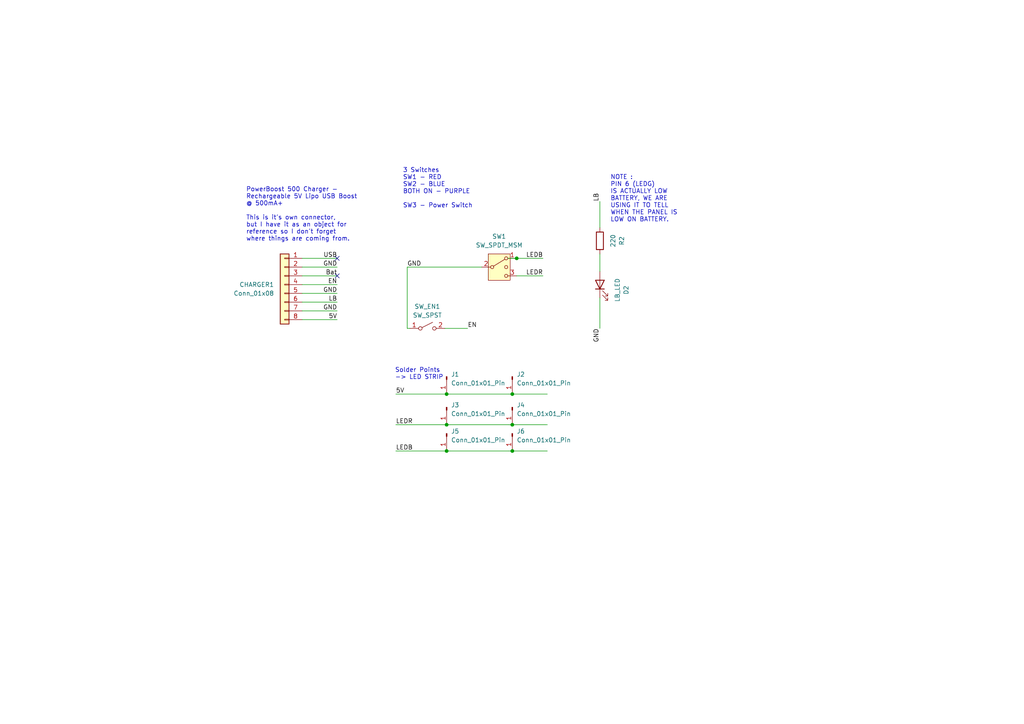
<source format=kicad_sch>
(kicad_sch (version 20250114) (generator "eeschema") (generator_version "9.0")
  (paper "A4")
  (lib_symbols
    (symbol "Connector:Conn_01x01_Pin" (pin_names (offset 1.016) (hide yes))
      (property "Reference" "J" (at 0 2.54 0))
      (property "Value" "Conn_01x01_Pin" (at 0 -2.54 0))
      (symbol "Conn_01x01_Pin_1_1"
        (rectangle (start 0.8636 0.127) (end 0 -0.127) (stroke (width 0.1524)) (fill (type outline)))
        (polyline (pts (xy 1.27 0) (xy 0.8636 0)) (stroke (width 0.1524)))
        (pin passive line (at 5.08 0 180) (length 3.81) (name "Pin_1") (number "1"))
      )
    )
    (symbol "Connector_Generic:Conn_01x08" (pin_names (offset 1.016) (hide yes))
      (property "Reference" "J" (at 0 10.16 0))
      (property "Value" "Conn_01x08" (at 0 -12.7 0))
      (symbol "Conn_01x08_1_1"
        (rectangle (start -1.27 8.89) (end 1.27 -11.43) (stroke (width 0.254)) (fill (type background)))
        (rectangle (start -1.27 7.747) (end 0 7.493) (stroke (width 0.1524)))
        (rectangle (start -1.27 5.207) (end 0 4.953) (stroke (width 0.1524)))
        (rectangle (start -1.27 2.667) (end 0 2.413) (stroke (width 0.1524)))
        (rectangle (start -1.27 0.127) (end 0 -0.127) (stroke (width 0.1524)))
        (rectangle (start -1.27 -2.413) (end 0 -2.667) (stroke (width 0.1524)))
        (rectangle (start -1.27 -4.953) (end 0 -5.207) (stroke (width 0.1524)))
        (rectangle (start -1.27 -7.493) (end 0 -7.747) (stroke (width 0.1524)))
        (rectangle (start -1.27 -10.033) (end 0 -10.287) (stroke (width 0.1524)))
        (pin passive line (at -5.08 7.62 0) (length 3.81) (name "Pin_1") (number "1"))
        (pin passive line (at -5.08 5.08 0) (length 3.81) (name "Pin_2") (number "2"))
        (pin passive line (at -5.08 2.54 0) (length 3.81) (name "Pin_3") (number "3"))
        (pin passive line (at -5.08 0 0) (length 3.81) (name "Pin_4") (number "4"))
        (pin passive line (at -5.08 -2.54 0) (length 3.81) (name "Pin_5") (number "5"))
        (pin passive line (at -5.08 -5.08 0) (length 3.81) (name "Pin_6") (number "6"))
        (pin passive line (at -5.08 -7.62 0) (length 3.81) (name "Pin_7") (number "7"))
        (pin passive line (at -5.08 -10.16 0) (length 3.81) (name "Pin_8") (number "8"))
      )
    )
    (symbol "Device:LED" (pin_numbers (hide yes)) (pin_names (offset 1.016) (hide yes))
      (property "Reference" "D" (at 0 2.54 0))
      (property "Value" "LED" (at 0 -2.54 0))
      (symbol "LED_0_1"
        (polyline (pts (xy -3.048 -0.762) (xy -4.572 -2.286) (xy -3.81 -2.286) (xy -4.572 -2.286) (xy -4.572 -1.524)))
        (polyline (pts (xy -1.778 -0.762) (xy -3.302 -2.286) (xy -2.54 -2.286) (xy -3.302 -2.286) (xy -3.302 -1.524)))
        (polyline (pts (xy -1.27 0) (xy 1.27 0)))
        (polyline (pts (xy -1.27 -1.27) (xy -1.27 1.27)) (stroke (width 0.254)))
        (polyline (pts (xy 1.27 -1.27) (xy 1.27 1.27) (xy -1.27 0) (xy 1.27 -1.27)) (stroke (width 0.254)))
      )
      (symbol "LED_1_1"
        (pin passive line (at -3.81 0 0) (length 2.54) (name "K") (number "1"))
        (pin passive line (at 3.81 0 180) (length 2.54) (name "A") (number "2"))
      )
    )
    (symbol "Device:R" (pin_numbers (hide yes)) (pin_names (offset 0))
      (property "Reference" "R" (at 2.032 0 90))
      (property "Value" "R" (at 0 0 90))
      (symbol "R_0_1"
        (rectangle (start -1.016 -2.54) (end 1.016 2.54) (stroke (width 0.254)))
      )
      (symbol "R_1_1"
        (pin passive line (at 0 3.81 270) (length 1.27) (name "~") (number "1"))
        (pin passive line (at 0 -3.81 90) (length 1.27) (name "~") (number "2"))
      )
    )
    (symbol "Switch:SW_SPDT_MSM" (pin_names (offset 0) (hide yes))
      (property "Reference" "SW" (at 0 5.08 0))
      (property "Value" "SW_SPDT_MSM" (at 0 -5.08 0))
      (symbol "SW_SPDT_MSM_0_1"
        (circle (center -2.032 0) (radius 0.4572))
        (polyline (pts (xy -1.651 0.254) (xy 1.651 2.286)))
        (circle (center 2.032 2.54) (radius 0.4572))
        (circle (center 2.032 0) (radius 0.4572))
        (circle (center 2.032 -2.54) (radius 0.4572))
      )
      (symbol "SW_SPDT_MSM_1_1"
        (rectangle (start -3.175 3.81) (end 3.175 -3.81) (fill (type background)))
        (pin passive line (at -5.08 0 0) (length 2.54) (name "3") (number "2"))
        (pin passive line (at 5.08 2.54 180) (length 2.54) (name "1") (number "1"))
        (pin passive line (at 5.08 -2.54 180) (length 2.54) (name "4") (number "3"))
      )
    )
    (symbol "Switch:SW_SPST" (pin_names (offset 0) (hide yes))
      (property "Reference" "SW" (at 0 3.175 0))
      (property "Value" "SW_SPST" (at 0 -2.54 0))
      (symbol "SW_SPST_0_0"
        (circle (center -2.032 0) (radius 0.508))
        (polyline (pts (xy -1.524 0.254) (xy 1.524 1.778)))
        (circle (center 2.032 0) (radius 0.508))
      )
      (symbol "SW_SPST_1_1"
        (pin passive line (at -5.08 0 0) (length 2.54) (name "A") (number "1"))
        (pin passive line (at 5.08 0 180) (length 2.54) (name "B") (number "2"))
      )
    )
  )
  (text "PowerBoost 500 Charger - \nRechargeable 5V Lipo USB Boost \n@ 500mA+\n\nThis is it's own connector,\nbut I have it as an object for \nreference so I don't forget\nwhere things are coming from." (at 71.374 70.104 0) (effects (font (size 1.27 1.27)) (justify left bottom)))
  (text "Solder Points \n-> LED STRIP" (at 114.554 110.236 0) (effects (font (size 1.27 1.27)) (justify left bottom)))
  (text "3 Switches \nSW1 - RED\nSW2 - BLUE\nBOTH ON - PURPLE\n\nSW3 - Power Switch" (at 116.84 60.452 0) (effects (font (size 1.27 1.27)) (justify left bottom)))
  (text "NOTE :\nPIN 6 (LEDG)\nIS ACTUALLY LOW \nBATTERY, WE ARE\nUSING IT TO TELL\nWHEN THE PANEL IS \nLOW ON BATTERY." (at 177.038 64.516 0) (effects (font (size 1.27 1.27)) (justify left bottom)))
  (junction (at 149.86 74.93))
  (junction (at 148.59 114.3))
  (junction (at 148.59 123.19))
  (junction (at 129.54 130.81))
  (junction (at 148.59 130.81))
  (junction (at 129.54 114.3))
  (junction (at 129.54 123.19))
  (no_connect (at 97.79 80.01))
  (no_connect (at 97.79 74.93))
  (wire (pts (xy 129.54 130.81) (xy 148.59 130.81)))
  (wire (pts (xy 148.59 114.3) (xy 158.75 114.3)))
  (wire (pts (xy 118.11 95.25) (xy 118.872 95.25)))
  (wire (pts (xy 97.79 80.01) (xy 87.63 80.01)))
  (wire (pts (xy 114.808 114.3) (xy 129.54 114.3)))
  (wire (pts (xy 114.808 130.81) (xy 129.54 130.81)))
  (wire (pts (xy 147.32 74.93) (xy 149.86 74.93)))
  (wire (pts (xy 97.79 74.93) (xy 87.63 74.93)))
  (wire (pts (xy 129.54 123.19) (xy 148.59 123.19)))
  (wire (pts (xy 97.79 77.47) (xy 87.63 77.47)))
  (wire (pts (xy 129.54 114.3) (xy 148.59 114.3)))
  (wire (pts (xy 118.11 77.47) (xy 139.7 77.47)))
  (wire (pts (xy 148.59 123.19) (xy 158.75 123.19)))
  (wire (pts (xy 97.79 87.63) (xy 87.63 87.63)))
  (wire (pts (xy 97.79 92.71) (xy 87.63 92.71)))
  (wire (pts (xy 173.99 73.66) (xy 173.99 78.74)))
  (wire (pts (xy 148.59 130.81) (xy 158.75 130.81)))
  (wire (pts (xy 149.86 74.93) (xy 157.48 74.93)))
  (wire (pts (xy 114.808 123.19) (xy 129.54 123.19)))
  (wire (pts (xy 97.79 82.55) (xy 87.63 82.55)))
  (wire (pts (xy 135.636 95.25) (xy 129.032 95.25)))
  (wire (pts (xy 97.79 90.17) (xy 87.63 90.17)))
  (wire (pts (xy 149.86 80.01) (xy 157.48 80.01)))
  (wire (pts (xy 173.99 58.42) (xy 173.99 66.04)))
  (wire (pts (xy 173.99 86.36) (xy 173.99 95.25)))
  (wire (pts (xy 97.79 85.09) (xy 87.63 85.09)))
  (wire (pts (xy 118.11 77.47) (xy 118.11 95.25)))
  (label "GND" (at 173.99 95.25 270))
  (label "EN" (at 135.636 95.25 0))
  (label "5V" (at 97.79 92.71 180))
  (label "LEDR" (at 114.808 123.19 0))
  (label "5V" (at 114.808 114.3 0))
  (label "GND" (at 118.11 77.47 0))
  (label "LEDB" (at 157.48 74.93 180))
  (label "EN" (at 97.79 82.55 180))
  (label "Bat" (at 97.79 80.01 180))
  (label "LB" (at 97.79 87.63 180))
  (label "USB" (at 97.79 74.93 180))
  (label "LB" (at 173.99 58.42 90))
  (label "LEDB" (at 114.808 130.81 0))
  (label "GND" (at 97.79 77.47 180))
  (label "GND" (at 97.79 90.17 180))
  (label "GND" (at 97.79 85.09 180))
  (label "LEDR" (at 157.48 80.01 180))
  (symbol (lib_id "Switch:SW_SPST") (at 123.952 95.25 0) (unit 1)
    (property "Reference" "SW_EN1" (at 123.952 88.9 0))
    (property "Value" "SW_SPST" (at 123.952 91.44 0))
    (property "Footprint" "Component Library:Sw 2 Pin" (effects (hide yes)))
  )
  (symbol (lib_id "Connector_Generic:Conn_01x08") (at 82.55 82.55 0) (mirror y) (unit 1)
    (property "Reference" "CHARGER1" (at 79.502 82.55 0) (effects (justify left)))
    (property "Value" "Conn_01x08" (at 79.502 85.09 0) (effects (justify left)))
    (property "Footprint" "Component Library:Power Boost Board" (effects (hide yes)))
    (property "Datasheet" "https://www.adafruit.com/product/1944" (effects (hide yes)))
  )
  (symbol (lib_id "Switch:SW_SPDT_MSM") (at 144.78 77.47 0) (unit 1)
    (property "Reference" "SW1" (at 144.78 68.58 0))
    (property "Value" "SW_SPDT_MSM" (at 144.78 71.12 0))
    (property "Footprint" "Component Library:Sw 3 Pin" (effects (hide yes)))
    (property "Description" "Switch, single pole double throw, center OFF position" (effects (hide yes)))
  )
  (symbol (lib_id "Connector:Conn_01x01_Pin") (at 148.59 118.11 270) (unit 1)
    (property "Reference" "J4" (at 149.86 117.4749 90) (effects (justify left)))
    (property "Value" "Conn_01x01_Pin" (at 149.86 120.0149 90) (effects (justify left)))
    (property "Footprint" "Component Library:Wire THT Pad" (effects (hide yes)))
    (property "Description" "Generic connector, single row, 01x01, script generated" (effects (hide yes)))
  )
  (symbol (lib_id "Connector:Conn_01x01_Pin") (at 148.59 125.73 270) (unit 1)
    (property "Reference" "J6" (at 149.86 125.0949 90) (effects (justify left)))
    (property "Value" "Conn_01x01_Pin" (at 149.86 127.6349 90) (effects (justify left)))
    (property "Footprint" "Component Library:Wire THT Pad" (effects (hide yes)))
    (property "Description" "Generic connector, single row, 01x01, script generated" (effects (hide yes)))
  )
  (symbol (lib_id "Connector:Conn_01x01_Pin") (at 129.54 109.22 270) (unit 1)
    (property "Reference" "J1" (at 130.81 108.5849 90) (effects (justify left)))
    (property "Value" "Conn_01x01_Pin" (at 130.81 111.1249 90) (effects (justify left)))
    (property "Footprint" "Component Library:Wire THT Pad" (effects (hide yes)))
    (property "Description" "Generic connector, single row, 01x01, script generated" (effects (hide yes)))
  )
  (symbol (lib_id "Connector:Conn_01x01_Pin") (at 129.54 118.11 270) (unit 1)
    (property "Reference" "J3" (at 130.81 117.4749 90) (effects (justify left)))
    (property "Value" "Conn_01x01_Pin" (at 130.81 120.0149 90) (effects (justify left)))
    (property "Footprint" "Component Library:Wire THT Pad" (effects (hide yes)))
    (property "Description" "Generic connector, single row, 01x01, script generated" (effects (hide yes)))
  )
  (symbol (lib_id "Connector:Conn_01x01_Pin") (at 148.59 109.22 270) (unit 1)
    (property "Reference" "J2" (at 149.86 108.5849 90) (effects (justify left)))
    (property "Value" "Conn_01x01_Pin" (at 149.86 111.1249 90) (effects (justify left)))
    (property "Footprint" "Component Library:Wire THT Pad" (effects (hide yes)))
    (property "Description" "Generic connector, single row, 01x01, script generated" (effects (hide yes)))
  )
  (symbol (lib_id "Device:R") (at 173.99 69.85 180) (unit 1)
    (property "Reference" "R2" (at 180.34 69.85 90))
    (property "Value" "220" (at 177.8 69.85 90))
    (property "Footprint" "Resistor_THT:R_Axial_DIN0309_L9.0mm_D3.2mm_P12.70mm_Horizontal" (effects (hide yes)))
    (property "Description" "Resistor" (effects (hide yes)))
  )
  (symbol (lib_id "Device:LED") (at 173.99 82.55 90) (unit 1)
    (property "Reference" "D2" (at 181.61 84.1375 0))
    (property "Value" "LB_LED" (at 179.07 84.1375 0))
    (property "Footprint" "LED_THT:LED_D5.0mm" (effects (hide yes)))
    (property "Description" "Light emitting diode" (effects (hide yes)))
  )
  (symbol (lib_id "Connector:Conn_01x01_Pin") (at 129.54 125.73 270) (unit 1)
    (property "Reference" "J5" (at 130.81 125.0949 90) (effects (justify left)))
    (property "Value" "Conn_01x01_Pin" (at 130.81 127.6349 90) (effects (justify left)))
    (property "Footprint" "Component Library:Wire THT Pad" (effects (hide yes)))
    (property "Description" "Generic connector, single row, 01x01, script generated" (effects (hide yes)))
  )
)
</source>
